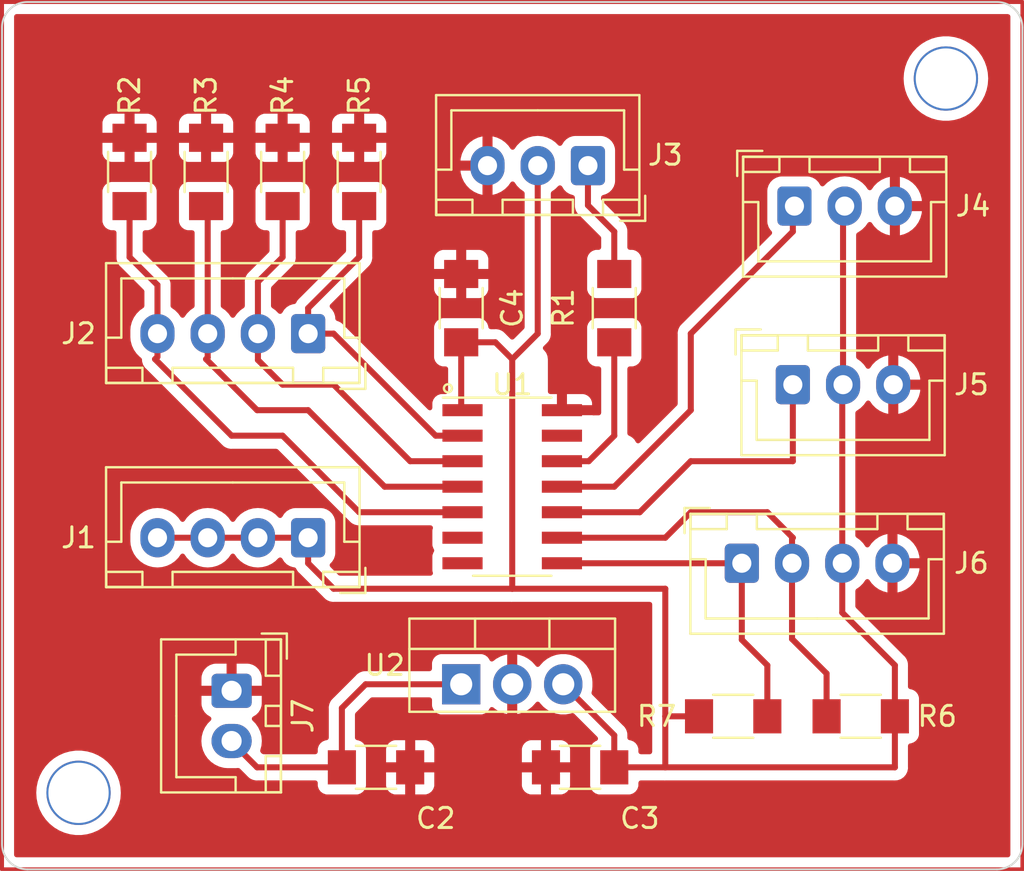
<source format=kicad_pcb>
(kicad_pcb (version 20221018) (generator pcbnew)
  (title_block (title "PCB Final Project") (date "2024-01-23") (rev "1") (company "Linus Wolf"))
  (layers (0 "F.Cu" signal) (31 "B.Cu" signal) (34 "B.Paste" user) (35 "F.Paste" user) (36 "B.SilkS" user "B.Silkscreen") (37 "F.SilkS" user "F.Silkscreen") (38 "B.Mask" user) (39 "F.Mask" user) (44 "Edge.Cuts" user))
  (net 0 "")
  (net 1 "PWR_9V")
  (net 2 "PWR_GND")
  (net 3 "PWR_5V")
  (net 4 "Net-(U1-PA2)")
  (net 8 "Net-(J2-Pin_1)")
  (net 9 "Net-(J2-Pin_2)")
  (net 10 "Net-(J2-Pin_3)")
  (net 11 "Net-(J2-Pin_4)")
  (net 12 "Net-(J3-Pin_1)")
  (net 13 "Net-(J4-Pin_1)")
  (net 14 "Net-(J5-Pin_1)")
  (net 15 "Net-(J6-Pin_1)")
  (net 16 "Net-(J6-Pin_2)")
  (footprint "Connector_JST:JST_XH_B4B-XH-A_1x04_P2.50mm_Vertical" (layer "F.Cu") (at 93.98 127 180)
    (fp_text reference "J1" (at 11.43 0) (layer "F.SilkS"))
    (fp_text value "Connector TO Buttons")
    (fp_line (start -2.85 -2.75) (end -2.85 -1.5) (stroke (width 0.12)) (layer "F.SilkS"))
    (fp_line (start -2.56 -2.46) (end -2.56 3.51) (stroke (width 0.12)) (layer "F.SilkS"))
    (fp_line (start -2.56 3.51) (end 10.06 3.51) (stroke (width 0.12)) (layer "F.SilkS"))
    (fp_line (start -2.55 -2.45) (end -2.55 -1.7) (stroke (width 0.12)) (layer "F.SilkS"))
    (fp_line (start -2.55 -1.7) (end -0.75 -1.7) (stroke (width 0.12)) (layer "F.SilkS"))
    (fp_line (start -2.55 -0.2) (end -1.8 -0.2) (stroke (width 0.12)) (layer "F.SilkS"))
    (fp_line (start -1.8 -0.2) (end -1.8 2.75) (stroke (width 0.12)) (layer "F.SilkS"))
    (fp_line (start -1.8 2.75) (end 3.75 2.75) (stroke (width 0.12)) (layer "F.SilkS"))
    (fp_line (start -1.6 -2.75) (end -2.85 -2.75) (stroke (width 0.12)) (layer "F.SilkS"))
    (fp_line (start -0.75 -2.45) (end -2.55 -2.45) (stroke (width 0.12)) (layer "F.SilkS"))
    (fp_line (start -0.75 -1.7) (end -0.75 -2.45) (stroke (width 0.12)) (layer "F.SilkS"))
    (fp_line (start 0.75 -2.45) (end 0.75 -1.7) (stroke (width 0.12)) (layer "F.SilkS"))
    (fp_line (start 0.75 -1.7) (end 6.75 -1.7) (stroke (width 0.12)) (layer "F.SilkS"))
    (fp_line (start 6.75 -2.45) (end 0.75 -2.45) (stroke (width 0.12)) (layer "F.SilkS"))
    (fp_line (start 6.75 -1.7) (end 6.75 -2.45) (stroke (width 0.12)) (layer "F.SilkS"))
    (fp_line (start 8.25 -2.45) (end 8.25 -1.7) (stroke (width 0.12)) (layer "F.SilkS"))
    (fp_line (start 8.25 -1.7) (end 10.05 -1.7) (stroke (width 0.12)) (layer "F.SilkS"))
    (fp_line (start 9.3 -0.2) (end 9.3 2.75) (stroke (width 0.12)) (layer "F.SilkS"))
    (fp_line (start 9.3 2.75) (end 3.75 2.75) (stroke (width 0.12)) (layer "F.SilkS"))
    (fp_line (start 10.05 -2.45) (end 8.25 -2.45) (stroke (width 0.12)) (layer "F.SilkS"))
    (fp_line (start 10.05 -1.7) (end 10.05 -2.45) (stroke (width 0.12)) (layer "F.SilkS"))
    (fp_line (start 10.05 -0.2) (end 9.3 -0.2) (stroke (width 0.12)) (layer "F.SilkS"))
    (fp_line (start 10.06 -2.46) (end -2.56 -2.46) (stroke (width 0.12)) (layer "F.SilkS"))
    (fp_line (start 10.06 3.51) (end 10.06 -2.46) (stroke (width 0.12)) (layer "F.SilkS"))
    (pad "1" thru_hole roundrect (at 0 0 180) (size 1.7 1.95) (drill 0.95) (layers "*.Cu" "*.Mask") (roundrect_rratio 0.1470588235) (net 3 "PWR_5V"))
    (pad "2" thru_hole oval (at 2.5 0 180) (size 1.7 1.95) (drill 0.95) (layers "*.Cu" "*.Mask") (net 3 "PWR_5V"))
    (pad "3" thru_hole oval (at 5 0 180) (size 1.7 1.95) (drill 0.95) (layers "*.Cu" "*.Mask") (net 3 "PWR_5V"))
    (pad "4" thru_hole oval (at 7.5 0 180) (size 1.7 1.95) (drill 0.95) (layers "*.Cu" "*.Mask") (net 3 "PWR_5V"))
  )
  (footprint "Connector_JST:JST_XH_B2B-XH-A_1x02_P2.50mm_Vertical" (layer "F.Cu") (at 90.17 134.62 -90)
    (fp_text reference "J7" (at 1.25 -3.55 90) (layer "F.SilkS"))
    (fp_text value "9V Battery")
    (fp_line (start -2.85 -2.75) (end -2.85 -1.5) (stroke (width 0.12)) (layer "F.SilkS"))
    (fp_line (start -2.56 -2.46) (end -2.56 3.51) (stroke (width 0.12)) (layer "F.SilkS"))
    (fp_line (start -2.56 3.51) (end 5.06 3.51) (stroke (width 0.12)) (layer "F.SilkS"))
    (fp_line (start -2.55 -2.45) (end -2.55 -1.7) (stroke (width 0.12)) (layer "F.SilkS"))
    (fp_line (start -2.55 -1.7) (end -0.75 -1.7) (stroke (width 0.12)) (layer "F.SilkS"))
    (fp_line (start -2.55 -0.2) (end -1.8 -0.2) (stroke (width 0.12)) (layer "F.SilkS"))
    (fp_line (start -1.8 -0.2) (end -1.8 2.75) (stroke (width 0.12)) (layer "F.SilkS"))
    (fp_line (start -1.8 2.75) (end 1.25 2.75) (stroke (width 0.12)) (layer "F.SilkS"))
    (fp_line (start -1.6 -2.75) (end -2.85 -2.75) (stroke (width 0.12)) (layer "F.SilkS"))
    (fp_line (start -0.75 -2.45) (end -2.55 -2.45) (stroke (width 0.12)) (layer "F.SilkS"))
    (fp_line (start -0.75 -1.7) (end -0.75 -2.45) (stroke (width 0.12)) (layer "F.SilkS"))
    (fp_line (start 0.75 -2.45) (end 0.75 -1.7) (stroke (width 0.12)) (layer "F.SilkS"))
    (fp_line (start 0.75 -1.7) (end 1.75 -1.7) (stroke (width 0.12)) (layer "F.SilkS"))
    (fp_line (start 1.75 -2.45) (end 0.75 -2.45) (stroke (width 0.12)) (layer "F.SilkS"))
    (fp_line (start 1.75 -1.7) (end 1.75 -2.45) (stroke (width 0.12)) (layer "F.SilkS"))
    (fp_line (start 3.25 -2.45) (end 3.25 -1.7) (stroke (width 0.12)) (layer "F.SilkS"))
    (fp_line (start 3.25 -1.7) (end 5.05 -1.7) (stroke (width 0.12)) (layer "F.SilkS"))
    (fp_line (start 4.3 -0.2) (end 4.3 2.75) (stroke (width 0.12)) (layer "F.SilkS"))
    (fp_line (start 4.3 2.75) (end 1.25 2.75) (stroke (width 0.12)) (layer "F.SilkS"))
    (fp_line (start 5.05 -2.45) (end 3.25 -2.45) (stroke (width 0.12)) (layer "F.SilkS"))
    (fp_line (start 5.05 -1.7) (end 5.05 -2.45) (stroke (width 0.12)) (layer "F.SilkS"))
    (fp_line (start 5.05 -0.2) (end 4.3 -0.2) (stroke (width 0.12)) (layer "F.SilkS"))
    (fp_line (start 5.06 -2.46) (end -2.56 -2.46) (stroke (width 0.12)) (layer "F.SilkS"))
    (fp_line (start 5.06 3.51) (end 5.06 -2.46) (stroke (width 0.12)) (layer "F.SilkS"))
    (pad "1" thru_hole roundrect (at 0 0 270) (size 1.7 2) (drill 1) (layers "*.Cu" "*.Mask") (roundrect_rratio 0.1470588235) (net 2 "PWR_GND"))
    (pad "2" thru_hole oval (at 2.5 0 270) (size 1.7 2) (drill 1) (layers "*.Cu" "*.Mask") (net 1 "PWR_9V"))
  )
  (footprint "Connector_JST:JST_XH_B3B-XH-A_1x03_P2.50mm_Vertical" (layer "F.Cu") (at 107.91 108.475 180)
    (fp_text reference "J3" (at -3.85 0.525) (layer "F.SilkS"))
    (fp_text value "NeoPixelRing")
    (fp_line (start -2.85 -2.75) (end -2.85 -1.5) (stroke (width 0.12)) (layer "F.SilkS"))
    (fp_line (start -2.56 -2.46) (end -2.56 3.51) (stroke (width 0.12)) (layer "F.SilkS"))
    (fp_line (start -2.56 3.51) (end 7.56 3.51) (stroke (width 0.12)) (layer "F.SilkS"))
    (fp_line (start -2.55 -2.45) (end -2.55 -1.7) (stroke (width 0.12)) (layer "F.SilkS"))
    (fp_line (start -2.55 -1.7) (end -0.75 -1.7) (stroke (width 0.12)) (layer "F.SilkS"))
    (fp_line (start -2.55 -0.2) (end -1.8 -0.2) (stroke (width 0.12)) (layer "F.SilkS"))
    (fp_line (start -1.8 -0.2) (end -1.8 2.75) (stroke (width 0.12)) (layer "F.SilkS"))
    (fp_line (start -1.8 2.75) (end 2.5 2.75) (stroke (width 0.12)) (layer "F.SilkS"))
    (fp_line (start -1.6 -2.75) (end -2.85 -2.75) (stroke (width 0.12)) (layer "F.SilkS"))
    (fp_line (start -0.75 -2.45) (end -2.55 -2.45) (stroke (width 0.12)) (layer "F.SilkS"))
    (fp_line (start -0.75 -1.7) (end -0.75 -2.45) (stroke (width 0.12)) (layer "F.SilkS"))
    (fp_line (start 0.75 -2.45) (end 0.75 -1.7) (stroke (width 0.12)) (layer "F.SilkS"))
    (fp_line (start 0.75 -1.7) (end 4.25 -1.7) (stroke (width 0.12)) (layer "F.SilkS"))
    (fp_line (start 4.25 -2.45) (end 0.75 -2.45) (stroke (width 0.12)) (layer "F.SilkS"))
    (fp_line (start 4.25 -1.7) (end 4.25 -2.45) (stroke (width 0.12)) (layer "F.SilkS"))
    (fp_line (start 5.75 -2.45) (end 5.75 -1.7) (stroke (width 0.12)) (layer "F.SilkS"))
    (fp_line (start 5.75 -1.7) (end 7.55 -1.7) (stroke (width 0.12)) (layer "F.SilkS"))
    (fp_line (start 6.8 -0.2) (end 6.8 2.75) (stroke (width 0.12)) (layer "F.SilkS"))
    (fp_line (start 6.8 2.75) (end 2.5 2.75) (stroke (width 0.12)) (layer "F.SilkS"))
    (fp_line (start 7.55 -2.45) (end 5.75 -2.45) (stroke (width 0.12)) (layer "F.SilkS"))
    (fp_line (start 7.55 -1.7) (end 7.55 -2.45) (stroke (width 0.12)) (layer "F.SilkS"))
    (fp_line (start 7.55 -0.2) (end 6.8 -0.2) (stroke (width 0.12)) (layer "F.SilkS"))
    (fp_line (start 7.56 -2.46) (end -2.56 -2.46) (stroke (width 0.12)) (layer "F.SilkS"))
    (fp_line (start 7.56 3.51) (end 7.56 -2.46) (stroke (width 0.12)) (layer "F.SilkS"))
    (pad "1" thru_hole roundrect (at 0 0 180) (size 1.7 1.95) (drill 0.95) (layers "*.Cu" "*.Mask") (roundrect_rratio 0.1470588235) (net 12 "Net-(J3-Pin_1)"))
    (pad "2" thru_hole oval (at 2.5 0 180) (size 1.7 1.95) (drill 0.95) (layers "*.Cu" "*.Mask") (net 3 "PWR_5V"))
    (pad "3" thru_hole oval (at 5 0 180) (size 1.7 1.95) (drill 0.95) (layers "*.Cu" "*.Mask") (net 2 "PWR_GND"))
  )
  (footprint "fab:C_1206" (layer "F.Cu") (at 107.52 138.43 180)
    (fp_text reference "C3" (at -2.97 -2.54) (layer "F.SilkS"))
    (fp_text value "100nF")
    (fp_line (start -1 -1.07) (end 1 -1.07) (stroke (width 0.12)) (layer "F.SilkS"))
    (fp_line (start 1 1.07) (end -1 1.07) (stroke (width 0.12)) (layer "F.SilkS"))
    (pad "1" smd rect (at -1.7 0 180) (size 1.4 1.7) (layers "F.Cu" "F.Paste" "F.Mask") (net 3 "PWR_5V"))
    (pad "2" smd rect (at 1.7 0 180) (size 1.4 1.7) (layers "F.Cu" "F.Paste" "F.Mask") (net 2 "PWR_GND"))
  )
  (footprint "Connector_JST:JST_XH_B3B-XH-A_1x03_P2.50mm_Vertical" (layer "F.Cu") (at 118.11 119.38)
    (fp_text reference "J5" (at 8.89 0) (layer "F.SilkS"))
    (fp_text value "UPDI")
    (fp_line (start -2.85 -2.75) (end -2.85 -1.5) (stroke (width 0.12)) (layer "F.SilkS"))
    (fp_line (start -2.56 -2.46) (end -2.56 3.51) (stroke (width 0.12)) (layer "F.SilkS"))
    (fp_line (start -2.56 3.51) (end 7.56 3.51) (stroke (width 0.12)) (layer "F.SilkS"))
    (fp_line (start -2.55 -2.45) (end -2.55 -1.7) (stroke (width 0.12)) (layer "F.SilkS"))
    (fp_line (start -2.55 -1.7) (end -0.75 -1.7) (stroke (width 0.12)) (layer "F.SilkS"))
    (fp_line (start -2.55 -0.2) (end -1.8 -0.2) (stroke (width 0.12)) (layer "F.SilkS"))
    (fp_line (start -1.8 -0.2) (end -1.8 2.75) (stroke (width 0.12)) (layer "F.SilkS"))
    (fp_line (start -1.8 2.75) (end 2.5 2.75) (stroke (width 0.12)) (layer "F.SilkS"))
    (fp_line (start -1.6 -2.75) (end -2.85 -2.75) (stroke (width 0.12)) (layer "F.SilkS"))
    (fp_line (start -0.75 -2.45) (end -2.55 -2.45) (stroke (width 0.12)) (layer "F.SilkS"))
    (fp_line (start -0.75 -1.7) (end -0.75 -2.45) (stroke (width 0.12)) (layer "F.SilkS"))
    (fp_line (start 0.75 -2.45) (end 0.75 -1.7) (stroke (width 0.12)) (layer "F.SilkS"))
    (fp_line (start 0.75 -1.7) (end 4.25 -1.7) (stroke (width 0.12)) (layer "F.SilkS"))
    (fp_line (start 4.25 -2.45) (end 0.75 -2.45) (stroke (width 0.12)) (layer "F.SilkS"))
    (fp_line (start 4.25 -1.7) (end 4.25 -2.45) (stroke (width 0.12)) (layer "F.SilkS"))
    (fp_line (start 5.75 -2.45) (end 5.75 -1.7) (stroke (width 0.12)) (layer "F.SilkS"))
    (fp_line (start 5.75 -1.7) (end 7.55 -1.7) (stroke (width 0.12)) (layer "F.SilkS"))
    (fp_line (start 6.8 -0.2) (end 6.8 2.75) (stroke (width 0.12)) (layer "F.SilkS"))
    (fp_line (start 6.8 2.75) (end 2.5 2.75) (stroke (width 0.12)) (layer "F.SilkS"))
    (fp_line (start 7.55 -2.45) (end 5.75 -2.45) (stroke (width 0.12)) (layer "F.SilkS"))
    (fp_line (start 7.55 -1.7) (end 7.55 -2.45) (stroke (width 0.12)) (layer "F.SilkS"))
    (fp_line (start 7.55 -0.2) (end 6.8 -0.2) (stroke (width 0.12)) (layer "F.SilkS"))
    (fp_line (start 7.56 -2.46) (end -2.56 -2.46) (stroke (width 0.12)) (layer "F.SilkS"))
    (fp_line (start 7.56 3.51) (end 7.56 -2.46) (stroke (width 0.12)) (layer "F.SilkS"))
    (pad "1" thru_hole roundrect (at 0 0) (size 1.7 1.95) (drill 0.95) (layers "*.Cu" "*.Mask") (roundrect_rratio 0.1470588235) (net 14 "Net-(J5-Pin_1)"))
    (pad "2" thru_hole oval (at 2.5 0) (size 1.7 1.95) (drill 0.95) (layers "*.Cu" "*.Mask") (net 3 "PWR_5V"))
    (pad "3" thru_hole oval (at 5 0) (size 1.7 1.95) (drill 0.95) (layers "*.Cu" "*.Mask") (net 2 "PWR_GND"))
  )
  (footprint "" (layer "F.Cu") (at 82.55 139.7)
    (fp_text reference "" (at 0 0) (layer "F.SilkS") (effects (font (size 1.27 1.27))))
    (fp_text value "" (at 0 0) (layer "F.SilkS") (effects (font (size 1.27 1.27))))
    (pad "" thru_hole circle (at 0 0) (size 3.2 3.2) (drill 3) (layers "*.Cu" "*.Mask"))
  )
  (footprint "Package_TO_SOT_THT:TO-220-3_Vertical" (layer "F.Cu") (at 101.6 134.295)
    (fp_text reference "U2" (at -3.81 -0.945) (layer "F.SilkS"))
    (fp_text value "7805")
    (fp_line (start -2.58 -3.27) (end -2.58 1.371) (stroke (width 0.12)) (layer "F.SilkS"))
    (fp_line (start -2.58 -3.27) (end 7.66 -3.27) (stroke (width 0.12)) (layer "F.SilkS"))
    (fp_line (start -2.58 -1.76) (end 7.66 -1.76) (stroke (width 0.12)) (layer "F.SilkS"))
    (fp_line (start -2.58 1.371) (end 7.66 1.371) (stroke (width 0.12)) (layer "F.SilkS"))
    (fp_line (start 0.69 -3.27) (end 0.69 -1.76) (stroke (width 0.12)) (layer "F.SilkS"))
    (fp_line (start 4.391 -3.27) (end 4.391 -1.76) (stroke (width 0.12)) (layer "F.SilkS"))
    (fp_line (start 7.66 -3.27) (end 7.66 1.371) (stroke (width 0.12)) (layer "F.SilkS"))
    (pad "1" thru_hole rect (at 0 0) (size 1.905 2) (drill 1.1) (layers "*.Cu" "*.Mask") (net 1 "PWR_9V"))
    (pad "2" thru_hole oval (at 2.54 0) (size 1.905 2) (drill 1.1) (layers "*.Cu" "*.Mask") (net 2 "PWR_GND"))
    (pad "3" thru_hole oval (at 5.08 0) (size 1.905 2) (drill 1.1) (layers "*.Cu" "*.Mask") (net 3 "PWR_5V"))
  )
  (footprint "fab:R_1206" (layer "F.Cu") (at 115.14 135.89)
    (fp_text reference "R7" (at -3.81 0) (layer "F.SilkS"))
    (fp_text value "4.7k")
    (fp_line (start -1 -1.07) (end 1 -1.07) (stroke (width 0.12)) (layer "F.SilkS"))
    (fp_line (start 1 1.07) (end -1 1.07) (stroke (width 0.12)) (layer "F.SilkS"))
    (pad "1" smd rect (at -1.7 0) (size 1.4 1.7) (layers "F.Cu" "F.Paste" "F.Mask") (net 3 "PWR_5V"))
    (pad "2" smd rect (at 1.7 0) (size 1.4 1.7) (layers "F.Cu" "F.Paste" "F.Mask") (net 15 "Net-(J6-Pin_1)"))
  )
  (footprint "fab:MountingHole_3mm" (layer "F.Cu") (at 125.73 104.14)
    (fp_text reference "REF**" hide)
    (fp_text value "MountingHole_3mm" hide)
    (pad "" thru_hole circle (at 0 0) (size 3.2 3.2) (drill 3) (layers "*.Cu" "*.Mask"))
  )
  (footprint "fab:SOIC-14_3.9x8.7mm_P1.27mm" (layer "F.Cu") (at 104.14 124.46)
    (fp_text reference "U1" (at 0 -5.08) (layer "F.SilkS"))
    (fp_text value "ATTiny1614")
    (fp_line (start 0 -4.435) (end -3.45 -4.435) (stroke (width 0.12)) (layer "F.SilkS"))
    (fp_line (start 0 -4.435) (end 1.95 -4.435) (stroke (width 0.12)) (layer "F.SilkS"))
    (fp_line (start 0 4.435) (end -1.95 4.435) (stroke (width 0.12)) (layer "F.SilkS"))
    (fp_line (start 0 4.435) (end 1.95 4.435) (stroke (width 0.12)) (layer "F.SilkS"))
    (fp_circle (center -3.2 -4.9) (end -3.2 -4.7) (stroke (width 0.12)) (fill none) (layer "F.SilkS"))
    (pad "1" smd rect (at -2.475 -3.81) (size 2 0.6) (layers "F.Cu" "F.Paste" "F.Mask") (net 3 "PWR_5V"))
    (pad "2" smd rect (at -2.475 -2.54) (size 2 0.6) (layers "F.Cu" "F.Paste" "F.Mask") (net 8 "Net-(J2-Pin_1)"))
    (pad "3" smd rect (at -2.475 -1.27) (size 2 0.6) (layers "F.Cu" "F.Paste" "F.Mask") (net 9 "Net-(J2-Pin_2)"))
    (pad "4" smd rect (at -2.475 0) (size 2 0.6) (layers "F.Cu" "F.Paste" "F.Mask") (net 10 "Net-(J2-Pin_3)"))
    (pad "5" smd rect (at -2.475 1.27) (size 2 0.6) (layers "F.Cu" "F.Paste" "F.Mask") (net 11 "Net-(J2-Pin_4)"))
    (pad "6" smd rect (at -2.475 2.54) (size 2 0.6) (layers "F.Cu" "F.Paste" "F.Mask"))
    (pad "7" smd rect (at -2.475 3.81) (size 2 0.6) (layers "F.Cu" "F.Paste" "F.Mask"))
    (pad "8" smd rect (at 2.475 3.81) (size 2 0.6) (layers "F.Cu" "F.Paste" "F.Mask") (net 15 "Net-(J6-Pin_1)"))
    (pad "9" smd rect (at 2.475 2.54) (size 2 0.6) (layers "F.Cu" "F.Paste" "F.Mask") (net 16 "Net-(J6-Pin_2)"))
    (pad "10" smd rect (at 2.475 1.27) (size 2 0.6) (layers "F.Cu" "F.Paste" "F.Mask") (net 14 "Net-(J5-Pin_1)"))
    (pad "11" smd rect (at 2.475 0) (size 2 0.6) (layers "F.Cu" "F.Paste" "F.Mask") (net 13 "Net-(J4-Pin_1)"))
    (pad "12" smd rect (at 2.475 -1.27) (size 2 0.6) (layers "F.Cu" "F.Paste" "F.Mask") (net 4 "Net-(U1-PA2)"))
    (pad "13" smd rect (at 2.475 -2.54) (size 2 0.6) (layers "F.Cu" "F.Paste" "F.Mask"))
    (pad "14" smd rect (at 2.475 -3.81) (size 2 0.6) (layers "F.Cu" "F.Paste" "F.Mask") (net 2 "PWR_GND"))
  )
  (footprint "fab:R_1206" (layer "F.Cu") (at 92.71 108.79 -90)
    (fp_text reference "R4" (at -3.81 0 90) (layer "F.SilkS"))
    (fp_text value "1k")
    (fp_line (start -1 -1.07) (end 1 -1.07) (stroke (width 0.12)) (layer "F.SilkS"))
    (fp_line (start 1 1.07) (end -1 1.07) (stroke (width 0.12)) (layer "F.SilkS"))
    (pad "1" smd rect (at -1.7 0 270) (size 1.4 1.7) (layers "F.Cu" "F.Paste" "F.Mask") (net 2 "PWR_GND"))
    (pad "2" smd rect (at 1.7 0 270) (size 1.4 1.7) (layers "F.Cu" "F.Paste" "F.Mask") (net 9 "Net-(J2-Pin_2)"))
  )
  (footprint "fab:R_1206" (layer "F.Cu") (at 88.9 108.79 -90)
    (fp_text reference "R3" (at -3.81 0 90) (layer "F.SilkS"))
    (fp_text value "1k")
    (fp_line (start -1 -1.07) (end 1 -1.07) (stroke (width 0.12)) (layer "F.SilkS"))
    (fp_line (start 1 1.07) (end -1 1.07) (stroke (width 0.12)) (layer "F.SilkS"))
    (pad "1" smd rect (at -1.7 0 270) (size 1.4 1.7) (layers "F.Cu" "F.Paste" "F.Mask") (net 2 "PWR_GND"))
    (pad "2" smd rect (at 1.7 0 270) (size 1.4 1.7) (layers "F.Cu" "F.Paste" "F.Mask") (net 10 "Net-(J2-Pin_3)"))
  )
  (footprint "Connector_JST:JST_XH_B3B-XH-A_1x03_P2.50mm_Vertical" (layer "F.Cu") (at 118.19 110.49)
    (fp_text reference "J4" (at 8.89 0) (layer "F.SilkS"))
    (fp_text value "ServoMotor")
    (fp_line (start -2.85 -2.75) (end -2.85 -1.5) (stroke (width 0.12)) (layer "F.SilkS"))
    (fp_line (start -2.56 -2.46) (end -2.56 3.51) (stroke (width 0.12)) (layer "F.SilkS"))
    (fp_line (start -2.56 3.51) (end 7.56 3.51) (stroke (width 0.12)) (layer "F.SilkS"))
    (fp_line (start -2.55 -2.45) (end -2.55 -1.7) (stroke (width 0.12)) (layer "F.SilkS"))
    (fp_line (start -2.55 -1.7) (end -0.75 -1.7) (stroke (width 0.12)) (layer "F.SilkS"))
    (fp_line (start -2.55 -0.2) (end -1.8 -0.2) (stroke (width 0.12)) (layer "F.SilkS"))
    (fp_line (start -1.8 -0.2) (end -1.8 2.75) (stroke (width 0.12)) (layer "F.SilkS"))
    (fp_line (start -1.8 2.75) (end 2.5 2.75) (stroke (width 0.12)) (layer "F.SilkS"))
    (fp_line (start -1.6 -2.75) (end -2.85 -2.75) (stroke (width 0.12)) (layer "F.SilkS"))
    (fp_line (start -0.75 -2.45) (end -2.55 -2.45) (stroke (width 0.12)) (layer "F.SilkS"))
    (fp_line (start -0.75 -1.7) (end -0.75 -2.45) (stroke (width 0.12)) (layer "F.SilkS"))
    (fp_line (start 0.75 -2.45) (end 0.75 -1.7) (stroke (width 0.12)) (layer "F.SilkS"))
    (fp_line (start 0.75 -1.7) (end 4.25 -1.7) (stroke (width 0.12)) (layer "F.SilkS"))
    (fp_line (start 4.25 -2.45) (end 0.75 -2.45) (stroke (width 0.12)) (layer "F.SilkS"))
    (fp_line (start 4.25 -1.7) (end 4.25 -2.45) (stroke (width 0.12)) (layer "F.SilkS"))
    (fp_line (start 5.75 -2.45) (end 5.75 -1.7) (stroke (width 0.12)) (layer "F.SilkS"))
    (fp_line (start 5.75 -1.7) (end 7.55 -1.7) (stroke (width 0.12)) (layer "F.SilkS"))
    (fp_line (start 6.8 -0.2) (end 6.8 2.75) (stroke (width 0.12)) (layer "F.SilkS"))
    (fp_line (start 6.8 2.75) (end 2.5 2.75) (stroke (width 0.12)) (layer "F.SilkS"))
    (fp_line (start 7.55 -2.45) (end 5.75 -2.45) (stroke (width 0.12)) (layer "F.SilkS"))
    (fp_line (start 7.55 -1.7) (end 7.55 -2.45) (stroke (width 0.12)) (layer "F.SilkS"))
    (fp_line (start 7.55 -0.2) (end 6.8 -0.2) (stroke (width 0.12)) (layer "F.SilkS"))
    (fp_line (start 7.56 -2.46) (end -2.56 -2.46) (stroke (width 0.12)) (layer "F.SilkS"))
    (fp_line (start 7.56 3.51) (end 7.56 -2.46) (stroke (width 0.12)) (layer "F.SilkS"))
    (pad "1" thru_hole roundrect (at 0 0) (size 1.7 1.95) (drill 0.95) (layers "*.Cu" "*.Mask") (roundrect_rratio 0.1470588235) (net 13 "Net-(J4-Pin_1)"))
    (pad "2" thru_hole oval (at 2.5 0) (size 1.7 1.95) (drill 0.95) (layers "*.Cu" "*.Mask") (net 3 "PWR_5V"))
    (pad "3" thru_hole oval (at 5 0) (size 1.7 1.95) (drill 0.95) (layers "*.Cu" "*.Mask") (net 2 "PWR_GND"))
  )
  (footprint "Connector_JST:JST_XH_B4B-XH-A_1x04_P2.50mm_Vertical" (layer "F.Cu") (at 93.98 116.84 180)
    (fp_text reference "J2" (at 11.43 0) (layer "F.SilkS"))
    (fp_text value "Connector FROM Buttons")
    (fp_line (start -2.85 -2.75) (end -2.85 -1.5) (stroke (width 0.12)) (layer "F.SilkS"))
    (fp_line (start -2.56 -2.46) (end -2.56 3.51) (stroke (width 0.12)) (layer "F.SilkS"))
    (fp_line (start -2.56 3.51) (end 10.06 3.51) (stroke (width 0.12)) (layer "F.SilkS"))
    (fp_line (start -2.55 -2.45) (end -2.55 -1.7) (stroke (width 0.12)) (layer "F.SilkS"))
    (fp_line (start -2.55 -1.7) (end -0.75 -1.7) (stroke (width 0.12)) (layer "F.SilkS"))
    (fp_line (start -2.55 -0.2) (end -1.8 -0.2) (stroke (width 0.12)) (layer "F.SilkS"))
    (fp_line (start -1.8 -0.2) (end -1.8 2.75) (stroke (width 0.12)) (layer "F.SilkS"))
    (fp_line (start -1.8 2.75) (end 3.75 2.75) (stroke (width 0.12)) (layer "F.SilkS"))
    (fp_line (start -1.6 -2.75) (end -2.85 -2.75) (stroke (width 0.12)) (layer "F.SilkS"))
    (fp_line (start -0.75 -2.45) (end -2.55 -2.45) (stroke (width 0.12)) (layer "F.SilkS"))
    (fp_line (start -0.75 -1.7) (end -0.75 -2.45) (stroke (width 0.12)) (layer "F.SilkS"))
    (fp_line (start 0.75 -2.45) (end 0.75 -1.7) (stroke (width 0.12)) (layer "F.SilkS"))
    (fp_line (start 0.75 -1.7) (end 6.75 -1.7) (stroke (width 0.12)) (layer "F.SilkS"))
    (fp_line (start 6.75 -2.45) (end 0.75 -2.45) (stroke (width 0.12)) (layer "F.SilkS"))
    (fp_line (start 6.75 -1.7) (end 6.75 -2.45) (stroke (width 0.12)) (layer "F.SilkS"))
    (fp_line (start 8.25 -2.45) (end 8.25 -1.7) (stroke (width 0.12)) (layer "F.SilkS"))
    (fp_line (start 8.25 -1.7) (end 10.05 -1.7) (stroke (width 0.12)) (layer "F.SilkS"))
    (fp_line (start 9.3 -0.2) (end 9.3 2.75) (stroke (width 0.12)) (layer "F.SilkS"))
    (fp_line (start 9.3 2.75) (end 3.75 2.75) (stroke (width 0.12)) (layer "F.SilkS"))
    (fp_line (start 10.05 -2.45) (end 8.25 -2.45) (stroke (width 0.12)) (layer "F.SilkS"))
    (fp_line (start 10.05 -1.7) (end 10.05 -2.45) (stroke (width 0.12)) (layer "F.SilkS"))
    (fp_line (start 10.05 -0.2) (end 9.3 -0.2) (stroke (width 0.12)) (layer "F.SilkS"))
    (fp_line (start 10.06 -2.46) (end -2.56 -2.46) (stroke (width 0.12)) (layer "F.SilkS"))
    (fp_line (start 10.06 3.51) (end 10.06 -2.46) (stroke (width 0.12)) (layer "F.SilkS"))
    (pad "1" thru_hole roundrect (at 0 0 180) (size 1.7 1.95) (drill 0.95) (layers "*.Cu" "*.Mask") (roundrect_rratio 0.1470588235) (net 8 "Net-(J2-Pin_1)"))
    (pad "2" thru_hole oval (at 2.5 0 180) (size 1.7 1.95) (drill 0.95) (layers "*.Cu" "*.Mask") (net 9 "Net-(J2-Pin_2)"))
    (pad "3" thru_hole oval (at 5 0 180) (size 1.7 1.95) (drill 0.95) (layers "*.Cu" "*.Mask") (net 10 "Net-(J2-Pin_3)"))
    (pad "4" thru_hole oval (at 7.5 0 180) (size 1.7 1.95) (drill 0.95) (layers "*.Cu" "*.Mask") (net 11 "Net-(J2-Pin_4)"))
  )
  (footprint "fab:R_1206" (layer "F.Cu") (at 96.52 108.79 -90)
    (fp_text reference "R5" (at -3.81 0 90) (layer "F.SilkS"))
    (fp_text value "1k")
    (fp_line (start -1 -1.07) (end 1 -1.07) (stroke (width 0.12)) (layer "F.SilkS"))
    (fp_line (start 1 1.07) (end -1 1.07) (stroke (width 0.12)) (layer "F.SilkS"))
    (pad "1" smd rect (at -1.7 0 270) (size 1.4 1.7) (layers "F.Cu" "F.Paste" "F.Mask") (net 2 "PWR_GND"))
    (pad "2" smd rect (at 1.7 0 270) (size 1.4 1.7) (layers "F.Cu" "F.Paste" "F.Mask") (net 8 "Net-(J2-Pin_1)"))
  )
  (footprint "fab:R_1206" (layer "F.Cu") (at 85.09 108.79 -90)
    (fp_text reference "R2" (at -3.81 0 90) (layer "F.SilkS"))
    (fp_text value "1k")
    (fp_line (start -1 -1.07) (end 1 -1.07) (stroke (width 0.12)) (layer "F.SilkS"))
    (fp_line (start 1 1.07) (end -1 1.07) (stroke (width 0.12)) (layer "F.SilkS"))
    (pad "1" smd rect (at -1.7 0 270) (size 1.4 1.7) (layers "F.Cu" "F.Paste" "F.Mask") (net 2 "PWR_GND"))
    (pad "2" smd rect (at 1.7 0 270) (size 1.4 1.7) (layers "F.Cu" "F.Paste" "F.Mask") (net 11 "Net-(J2-Pin_4)"))
  )
  (footprint "fab:R_1206" (layer "F.Cu") (at 121.49 135.89 180)
    (fp_text reference "R6" (at -3.81 0) (layer "F.SilkS"))
    (fp_text value "4.7k")
    (fp_line (start -1 -1.07) (end 1 -1.07) (stroke (width 0.12)) (layer "F.SilkS"))
    (fp_line (start 1 1.07) (end -1 1.07) (stroke (width 0.12)) (layer "F.SilkS"))
    (pad "1" smd rect (at -1.7 0 180) (size 1.4 1.7) (layers "F.Cu" "F.Paste" "F.Mask") (net 3 "PWR_5V"))
    (pad "2" smd rect (at 1.7 0 180) (size 1.4 1.7) (layers "F.Cu" "F.Paste" "F.Mask") (net 16 "Net-(J6-Pin_2)"))
  )
  (footprint "fab:C_1206" (layer "F.Cu") (at 101.6 115.57 -90)
    (fp_text reference "C4" (at 0 -2.54 90) (layer "F.SilkS"))
    (fp_text value "100nF")
    (fp_line (start -1 -1.07) (end 1 -1.07) (stroke (width 0.12)) (layer "F.SilkS"))
    (fp_line (start 1 1.07) (end -1 1.07) (stroke (width 0.12)) (layer "F.SilkS"))
    (pad "1" smd rect (at -1.7 0 270) (size 1.4 1.7) (layers "F.Cu" "F.Paste" "F.Mask") (net 2 "PWR_GND"))
    (pad "2" smd rect (at 1.7 0 270) (size 1.4 1.7) (layers "F.Cu" "F.Paste" "F.Mask") (net 3 "PWR_5V"))
  )
  (footprint "fab:C_1206" (layer "F.Cu") (at 97.36 138.43)
    (fp_text reference "C2" (at 2.97 2.54) (layer "F.SilkS"))
    (fp_text value "330nF")
    (fp_line (start -1 -1.07) (end 1 -1.07) (stroke (width 0.12)) (layer "F.SilkS"))
    (fp_line (start 1 1.07) (end -1 1.07) (stroke (width 0.12)) (layer "F.SilkS"))
    (pad "1" smd rect (at -1.7 0) (size 1.4 1.7) (layers "F.Cu" "F.Paste" "F.Mask") (net 1 "PWR_9V"))
    (pad "2" smd rect (at 1.7 0) (size 1.4 1.7) (layers "F.Cu" "F.Paste" "F.Mask") (net 2 "PWR_GND"))
  )
  (footprint "fab:R_1206" (layer "F.Cu") (at 109.22 115.57 90)
    (fp_text reference "R1" (at 0 -2.54 90) (layer "F.SilkS"))
    (fp_text value "330")
    (fp_line (start -1 -1.07) (end 1 -1.07) (stroke (width 0.12)) (layer "F.SilkS"))
    (fp_line (start 1 1.07) (end -1 1.07) (stroke (width 0.12)) (layer "F.SilkS"))
    (pad "1" smd rect (at -1.7 0 90) (size 1.4 1.7) (layers "F.Cu" "F.Paste" "F.Mask") (net 4 "Net-(U1-PA2)"))
    (pad "2" smd rect (at 1.7 0 90) (size 1.4 1.7) (layers "F.Cu" "F.Paste" "F.Mask") (net 12 "Net-(J3-Pin_1)"))
  )
  (footprint "Connector_JST:JST_XH_B4B-XH-A_1x04_P2.50mm_Vertical" (layer "F.Cu") (at 115.57 128.27)
    (fp_text reference "J6" (at 11.43 0) (layer "F.SilkS"))
    (fp_text value "LCD")
    (fp_line (start -2.85 -2.75) (end -2.85 -1.5) (stroke (width 0.12)) (layer "F.SilkS"))
    (fp_line (start -2.56 -2.46) (end -2.56 3.51) (stroke (width 0.12)) (layer "F.SilkS"))
    (fp_line (start -2.56 3.51) (end 10.06 3.51) (stroke (width 0.12)) (layer "F.SilkS"))
    (fp_line (start -2.55 -2.45) (end -2.55 -1.7) (stroke (width 0.12)) (layer "F.SilkS"))
    (fp_line (start -2.55 -1.7) (end -0.75 -1.7) (stroke (width 0.12)) (layer "F.SilkS"))
    (fp_line (start -2.55 -0.2) (end -1.8 -0.2) (stroke (width 0.12)) (layer "F.SilkS"))
    (fp_line (start -1.8 -0.2) (end -1.8 2.75) (stroke (width 0.12)) (layer "F.SilkS"))
    (fp_line (start -1.8 2.75) (end 3.75 2.75) (stroke (width 0.12)) (layer "F.SilkS"))
    (fp_line (start -1.6 -2.75) (end -2.85 -2.75) (stroke (width 0.12)) (layer "F.SilkS"))
    (fp_line (start -0.75 -2.45) (end -2.55 -2.45) (stroke (width 0.12)) (layer "F.SilkS"))
    (fp_line (start -0.75 -1.7) (end -0.75 -2.45) (stroke (width 0.12)) (layer "F.SilkS"))
    (fp_line (start 0.75 -2.45) (end 0.75 -1.7) (stroke (width 0.12)) (layer "F.SilkS"))
    (fp_line (start 0.75 -1.7) (end 6.75 -1.7) (stroke (width 0.12)) (layer "F.SilkS"))
    (fp_line (start 6.75 -2.45) (end 0.75 -2.45) (stroke (width 0.12)) (layer "F.SilkS"))
    (fp_line (start 6.75 -1.7) (end 6.75 -2.45) (stroke (width 0.12)) (layer "F.SilkS"))
    (fp_line (start 8.25 -2.45) (end 8.25 -1.7) (stroke (width 0.12)) (layer "F.SilkS"))
    (fp_line (start 8.25 -1.7) (end 10.05 -1.7) (stroke (width 0.12)) (layer "F.SilkS"))
    (fp_line (start 9.3 -0.2) (end 9.3 2.75) (stroke (width 0.12)) (layer "F.SilkS"))
    (fp_line (start 9.3 2.75) (end 3.75 2.75) (stroke (width 0.12)) (layer "F.SilkS"))
    (fp_line (start 10.05 -2.45) (end 8.25 -2.45) (stroke (width 0.12)) (layer "F.SilkS"))
    (fp_line (start 10.05 -1.7) (end 10.05 -2.45) (stroke (width 0.12)) (layer "F.SilkS"))
    (fp_line (start 10.05 -0.2) (end 9.3 -0.2) (stroke (width 0.12)) (layer "F.SilkS"))
    (fp_line (start 10.06 -2.46) (end -2.56 -2.46) (stroke (width 0.12)) (layer "F.SilkS"))
    (fp_line (start 10.06 3.51) (end 10.06 -2.46) (stroke (width 0.12)) (layer "F.SilkS"))
    (pad "1" thru_hole roundrect (at 0 0) (size 1.7 1.95) (drill 0.95) (layers "*.Cu" "*.Mask") (roundrect_rratio 0.1470588235) (net 15 "Net-(J6-Pin_1)"))
    (pad "2" thru_hole oval (at 2.5 0) (size 1.7 1.95) (drill 0.95) (layers "*.Cu" "*.Mask") (net 16 "Net-(J6-Pin_2)"))
    (pad "3" thru_hole oval (at 5 0) (size 1.7 1.95) (drill 0.95) (layers "*.Cu" "*.Mask") (net 3 "PWR_5V"))
    (pad "4" thru_hole oval (at 7.5 0) (size 1.7 1.95) (drill 0.95) (layers "*.Cu" "*.Mask") (net 2 "PWR_GND"))
  )
  (gr_rect (start 78.74 100.33) (end 129.54 143.51) (stroke (width 0.2)) (fill none) (layer "F.Cu"))
  (gr_arc (start 128.27 100.33) (mid 129.168026 100.701974) (end 129.54 101.6) (stroke (width 0.1)) (layer "Edge.Cuts"))
  (gr_line (start 78.74 101.6) (end 78.74 142.24) (stroke (width 0.1)) (layer "Edge.Cuts"))
  (gr_arc (start 80.01 143.51) (mid 79.111974 143.138026) (end 78.74 142.24) (stroke (width 0.1)) (layer "Edge.Cuts"))
  (gr_line (start 80.01 143.51) (end 128.27 143.51) (stroke (width 0.1)) (layer "Edge.Cuts"))
  (gr_line (start 128.27 100.33) (end 80.01 100.33) (stroke (width 0.1)) (layer "Edge.Cuts"))
  (gr_line (start 129.54 142.24) (end 129.54 101.6) (stroke (width 0.1)) (layer "Edge.Cuts"))
  (gr_arc (start 129.54 142.24) (mid 129.168026 143.138026) (end 128.27 143.51) (stroke (width 0.1)) (layer "Edge.Cuts"))
  (gr_arc (start 78.74 101.6) (mid 79.111974 100.701974) (end 80.01 100.33) (stroke (width 0.1)) (layer "Edge.Cuts"))
  (segment (start 95.66 135.48) (end 96.845 134.295) (width 0.3) (layer "F.Cu") (net 1))
  (segment (start 91.44 138.43) (end 95.66 138.43) (width 0.3) (layer "F.Cu") (net 1))
  (segment (start 96.845 134.295) (end 101.6 134.295) (width 0.3) (layer "F.Cu") (net 1))
  (segment (start 90.17 137.16) (end 91.44 138.43) (width 0.3) (layer "F.Cu") (net 1))
  (segment (start 95.66 138.43) (end 95.66 135.48) (width 0.3) (layer "F.Cu") (net 1))
  (segment (start 86.48 127) (end 93.98 127) (width 0.3) (layer "F.Cu") (net 3))
  (segment (start 105.41 116.84) (end 105.41 108.475) (width 0.3) (layer "F.Cu") (net 3))
  (segment (start 111.76 129.54) (end 104.14 129.54) (width 0.3) (layer "F.Cu") (net 3))
  (segment (start 120.57 119.42) (end 120.61 119.38) (width 0.3) (layer "F.Cu") (net 3))
  (segment (start 104.14 118.11) (end 103.3 117.27) (width 0.3) (layer "F.Cu") (net 3))
  (segment (start 123.19 138.43) (end 123.19 135.89) (width 0.3) (layer "F.Cu") (net 3))
  (segment (start 109.22 138.43) (end 111.76 138.43) (width 0.3) (layer "F.Cu") (net 3))
  (segment (start 120.57 130.73) (end 120.57 128.27) (width 0.3) (layer "F.Cu") (net 3))
  (segment (start 104.14 118.11) (end 104.14 129.54) (width 0.3) (layer "F.Cu") (net 3))
  (segment (start 101.6 120.585) (end 101.665 120.65) (width 0.3) (layer "F.Cu") (net 3))
  (segment (start 123.19 135.89) (end 123.19 133.35) (width 0.3) (layer "F.Cu") (net 3))
  (segment (start 106.68 134.295) (end 109.22 136.835) (width 0.3) (layer "F.Cu") (net 3))
  (segment (start 95.25 129.54) (end 93.98 128.27) (width 0.3) (layer "F.Cu") (net 3))
  (segment (start 103.3 117.27) (end 101.6 117.27) (width 0.3) (layer "F.Cu") (net 3))
  (segment (start 111.76 138.43) (end 111.76 135.89) (width 0.3) (layer "F.Cu") (net 3))
  (segment (start 120.57 128.27) (end 120.57 119.42) (width 0.3) (layer "F.Cu") (net 3))
  (segment (start 111.76 138.43) (end 123.19 138.43) (width 0.3) (layer "F.Cu") (net 3))
  (segment (start 104.14 129.54) (end 95.25 129.54) (width 0.3) (layer "F.Cu") (net 3))
  (segment (start 93.98 128.27) (end 93.98 127) (width 0.3) (layer "F.Cu") (net 3))
  (segment (start 104.14 118.11) (end 105.41 116.84) (width 0.3) (layer "F.Cu") (net 3))
  (segment (start 109.22 136.835) (end 109.22 138.43) (width 0.3) (layer "F.Cu") (net 3))
  (segment (start 111.76 135.89) (end 113.44 135.89) (width 0.3) (layer "F.Cu") (net 3))
  (segment (start 101.6 117.27) (end 101.6 120.585) (width 0.3) (layer "F.Cu") (net 3))
  (segment (start 123.19 133.35) (end 120.57 130.73) (width 0.3) (layer "F.Cu") (net 3))
  (segment (start 111.76 135.89) (end 111.76 129.54) (width 0.3) (layer "F.Cu") (net 3))
  (segment (start 120.61 119.38) (end 120.61 110.49) (width 0.3) (layer "F.Cu") (net 3))
  (segment (start 106.615 123.19) (end 107.95 123.19) (width 0.3) (layer "F.Cu") (net 4))
  (segment (start 107.95 123.19) (end 109.22 121.92) (width 0.3) (layer "F.Cu") (net 4))
  (segment (start 109.22 121.92) (end 109.22 117.27) (width 0.3) (layer "F.Cu") (net 4))
  (segment (start 93.98 116.84) (end 93.98 115.57) (width 0.3) (layer "F.Cu") (net 8))
  (segment (start 93.98 115.57) (end 96.52 113.03) (width 0.3) (layer "F.Cu") (net 8))
  (segment (start 101.665 121.92) (end 100.33 121.92) (width 0.3) (layer "F.Cu") (net 8))
  (segment (start 96.52 113.03) (end 96.52 110.49) (width 0.3) (layer "F.Cu") (net 8))
  (segment (start 100.33 121.92) (end 95.25 116.84) (width 0.3) (layer "F.Cu") (net 8))
  (segment (start 95.25 116.84) (end 93.98 116.84) (width 0.3) (layer "F.Cu") (net 8))
  (segment (start 101.665 123.19) (end 99.06 123.19) (width 0.3) (layer "F.Cu") (net 9))
  (segment (start 99.06 123.19) (end 95.25 119.38) (width 0.3) (layer "F.Cu") (net 9))
  (segment (start 92.71 113.03) (end 92.71 110.49) (width 0.3) (layer "F.Cu") (net 9))
  (segment (start 91.48 116.84) (end 91.48 114.26) (width 0.3) (layer "F.Cu") (net 9))
  (segment (start 91.48 118.15) (end 91.48 116.84) (width 0.3) (layer "F.Cu") (net 9))
  (segment (start 91.48 114.26) (end 92.71 113.03) (width 0.3) (layer "F.Cu") (net 9))
  (segment (start 95.25 119.38) (end 92.71 119.38) (width 0.3) (layer "F.Cu") (net 9))
  (segment (start 92.71 119.38) (end 91.48 118.15) (width 0.3) (layer "F.Cu") (net 9))
  (segment (start 101.665 124.46) (end 97.79 124.46) (width 0.3) (layer "F.Cu") (net 10))
  (segment (start 97.79 124.46) (end 93.98 120.65) (width 0.3) (layer "F.Cu") (net 10))
  (segment (start 88.9 118.11) (end 88.98 118.03) (width 0.3) (layer "F.Cu") (net 10))
  (segment (start 91.44 120.65) (end 88.9 118.11) (width 0.3) (layer "F.Cu") (net 10))
  (segment (start 88.98 118.03) (end 88.98 116.84) (width 0.3) (layer "F.Cu") (net 10))
  (segment (start 88.98 110.57) (end 88.9 110.49) (width 0.3) (layer "F.Cu") (net 10))
  (segment (start 93.98 120.65) (end 91.44 120.65) (width 0.3) (layer "F.Cu") (net 10))
  (segment (start 88.98 116.84) (end 88.98 110.57) (width 0.3) (layer "F.Cu") (net 10))
  (segment (start 86.48 116.84) (end 86.48 114.42) (width 0.3) (layer "F.Cu") (net 11))
  (segment (start 86.36 118.11) (end 86.48 117.99) (width 0.3) (layer "F.Cu") (net 11))
  (segment (start 92.71 121.92) (end 90.17 121.92) (width 0.3) (layer "F.Cu") (net 11))
  (segment (start 90.17 121.92) (end 86.36 118.11) (width 0.3) (layer "F.Cu") (net 11))
  (segment (start 86.48 117.99) (end 86.48 116.84) (width 0.3) (layer "F.Cu") (net 11))
  (segment (start 96.52 125.73) (end 92.71 121.92) (width 0.3) (layer "F.Cu") (net 11))
  (segment (start 86.48 114.42) (end 85.09 113.03) (width 0.3) (layer "F.Cu") (net 11))
  (segment (start 101.665 125.73) (end 96.52 125.73) (width 0.3) (layer "F.Cu") (net 11))
  (segment (start 85.09 113.03) (end 85.09 110.49) (width 0.3) (layer "F.Cu") (net 11))
  (segment (start 107.91 110.45) (end 107.91 108.475) (width 0.3) (layer "F.Cu") (net 12))
  (segment (start 109.22 113.87) (end 109.22 111.76) (width 0.3) (layer "F.Cu") (net 12))
  (segment (start 109.22 111.76) (end 107.91 110.45) (width 0.3) (layer "F.Cu") (net 12))
  (segment (start 106.615 124.46) (end 109.22 124.46) (width 0.3) (layer "F.Cu") (net 13))
  (segment (start 113.03 120.65) (end 113.03 116.84) (width 0.3) (layer "F.Cu") (net 13))
  (segment (start 118.11 111.76) (end 118.11 110.49) (width 0.3) (layer "F.Cu") (net 13))
  (segment (start 109.22 124.46) (end 113.03 120.65) (width 0.3) (layer "F.Cu") (net 13))
  (segment (start 113.03 116.84) (end 118.11 111.76) (width 0.3) (layer "F.Cu") (net 13))
  (segment (start 106.615 125.73) (end 110.49 125.73) (width 0.3) (layer "F.Cu") (net 14))
  (segment (start 118.11 123.19) (end 118.11 119.38) (width 0.3) (layer "F.Cu") (net 14))
  (segment (start 110.49 125.73) (end 113.03 123.19) (width 0.3) (layer "F.Cu") (net 14))
  (segment (start 113.03 123.19) (end 118.11 123.19) (width 0.3) (layer "F.Cu") (net 14))
  (segment (start 116.84 135.89) (end 116.84 133.35) (width 0.3) (layer "F.Cu") (net 15))
  (segment (start 116.84 133.35) (end 115.57 132.08) (width 0.3) (layer "F.Cu") (net 15))
  (segment (start 115.57 132.08) (end 115.57 128.27) (width 0.3) (layer "F.Cu") (net 15))
  (segment (start 106.615 128.27) (end 115.57 128.27) (width 0.3) (layer "F.Cu") (net 15))
  (segment (start 113.03 125.73) (end 116.84 125.73) (width 0.3) (layer "F.Cu") (net 16))
  (segment (start 116.84 125.73) (end 118.11 127) (width 0.3) (layer "F.Cu") (net 16))
  (segment (start 119.79 135.89) (end 119.79 133.76) (width 0.3) (layer "F.Cu") (net 16))
  (segment (start 118.07 132.04) (end 118.07 128.27) (width 0.3) (layer "F.Cu") (net 16))
  (segment (start 106.615 127) (end 111.76 127) (width 0.3) (layer "F.Cu") (net 16))
  (segment (start 118.07 127.04) (end 118.07 128.27) (width 0.3) (layer "F.Cu") (net 16))
  (segment (start 111.76 127) (end 113.03 125.73) (width 0.3) (layer "F.Cu") (net 16))
  (segment (start 119.79 133.76) (end 118.07 132.04) (width 0.3) (layer "F.Cu") (net 16))
  (segment (start 118.11 127) (end 118.07 127.04) (width 0.3) (layer "F.Cu") (net 16))
  (zone (net 2) (net_name "PWR_GND") (layer "F.Cu") (name "GND") (connect_pads (clearance 0.5)) (min_thickness 0.25) (fill yes (thermal_gap 0.5) (thermal_bridge_width 0.5))
    (polygon (pts (xy 78.74 100.33) (xy 78.74 143.51) (xy 129.54 143.51) (xy 129.54 100.33)))
  )
)
</source>
